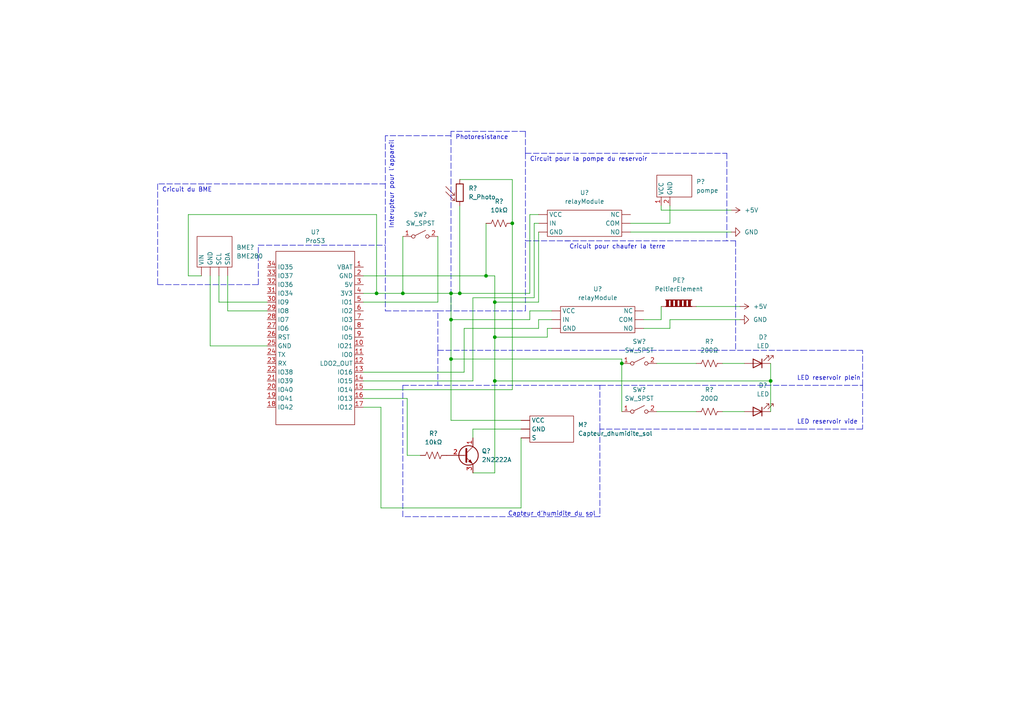
<source format=kicad_sch>
(kicad_sch (version 20211123) (generator eeschema)
  (paper "A4")
  (title_block (title "Hydraplante") (date "2024-02-17") (rev "v0.1") (company "Goutte à Goutte"))
  (lib_symbols
    (symbol "Device:LED" (pin_numbers hide) (pin_names (offset 1.016) hide)
      (property "Reference" "D" (at 0 2.54 0))
      (property "Value" "LED" (at 0 -2.54 0))
      (symbol "LED_0_1"
        (polyline (pts (xy -1.27 -1.27) (xy -1.27 1.27)) (stroke (width 0.254)))
        (polyline (pts (xy -1.27 0) (xy 1.27 0)))
        (polyline (pts (xy 1.27 -1.27) (xy 1.27 1.27) (xy -1.27 0) (xy 1.27 -1.27)) (stroke (width 0.254)))
        (polyline (pts (xy -3.048 -0.762) (xy -4.572 -2.286) (xy -3.81 -2.286) (xy -4.572 -2.286) (xy -4.572 -1.524)))
        (polyline (pts (xy -1.778 -0.762) (xy -3.302 -2.286) (xy -2.54 -2.286) (xy -3.302 -2.286) (xy -3.302 -1.524)))
      )
      (symbol "LED_1_1"
        (pin passive line (at -3.81 0 0) (length 2.54) (name "K") (number "1"))
        (pin passive line (at 3.81 0 180) (length 2.54) (name "A") (number "2"))
      )
    )
    (symbol "Device:PeltierElement" (pin_numbers hide) (pin_names (offset 0))
      (property "Reference" "PE" (at 0 3.175 0))
      (property "Value" "PeltierElement" (at 0 -1.27 0))
      (symbol "PeltierElement_0_1"
        (rectangle (start -3.556 1.905) (end -2.921 0) (fill (type outline)))
        (rectangle (start -2.286 1.905) (end -1.651 0) (fill (type outline)))
        (rectangle (start -0.381 1.905) (end -1.016 0) (fill (type outline)))
        (polyline (pts (xy -3.81 0) (xy 3.81 0)) (stroke (width 0.254)) (fill (type outline)))
        (polyline (pts (xy -3.81 1.905) (xy 3.81 1.905)) (stroke (width 0.254)))
        (rectangle (start 0.889 1.905) (end 0.254 0) (fill (type outline)))
        (rectangle (start 1.524 0) (end 2.159 1.905) (fill (type outline)))
        (rectangle (start 2.794 0) (end 3.429 1.905) (fill (type outline)))
      )
      (symbol "PeltierElement_1_1"
        (pin passive line (at -5.08 0 0) (length 1.27) (name "~") (number "1"))
        (pin passive line (at 5.08 0 180) (length 1.27) (name "~") (number "2"))
      )
    )
    (symbol "Device:R_Photo" (pin_numbers hide) (pin_names (offset 0))
      (property "Reference" "R" (at 1.27 1.27 0))
      (property "Value" "R_Photo" (at 1.27 0 0))
      (symbol "R_Photo_0_1"
        (rectangle (start -1.016 2.54) (end 1.016 -2.54) (stroke (width 0.254)))
        (polyline (pts (xy -1.524 -2.286) (xy -4.064 0.254)))
        (polyline (pts (xy -1.524 -2.286) (xy -2.286 -2.286)))
        (polyline (pts (xy -1.524 -2.286) (xy -1.524 -1.524)))
        (polyline (pts (xy -1.524 -0.762) (xy -4.064 1.778)))
        (polyline (pts (xy -1.524 -0.762) (xy -2.286 -0.762)))
        (polyline (pts (xy -1.524 -0.762) (xy -1.524 0)))
      )
      (symbol "R_Photo_1_1"
        (pin passive line (at 0 3.81 270) (length 1.27) (name "~") (number "1"))
        (pin passive line (at 0 -3.81 90) (length 1.27) (name "~") (number "2"))
      )
    )
    (symbol "Device:R_US" (pin_numbers hide) (pin_names (offset 0))
      (property "Reference" "R" (at 2.54 0 90))
      (property "Value" "R_US" (at -2.54 0 90))
      (symbol "R_US_0_1"
        (polyline (pts (xy 0 -2.286) (xy 0 -2.54)))
        (polyline (pts (xy 0 2.286) (xy 0 2.54)))
        (polyline (pts (xy 0 -0.762) (xy 1.016 -1.143) (xy 0 -1.524) (xy -1.016 -1.905) (xy 0 -2.286)))
        (polyline (pts (xy 0 0.762) (xy 1.016 0.381) (xy 0 0) (xy -1.016 -0.381) (xy 0 -0.762)))
        (polyline (pts (xy 0 2.286) (xy 1.016 1.905) (xy 0 1.524) (xy -1.016 1.143) (xy 0 0.762)))
      )
      (symbol "R_US_1_1"
        (pin passive line (at 0 3.81 270) (length 1.27) (name "~") (number "1"))
        (pin passive line (at 0 -3.81 90) (length 1.27) (name "~") (number "2"))
      )
    )
    (symbol "Switch:SW_SPST" (pin_names (offset 0) hide)
      (property "Reference" "SW" (at 0 3.175 0))
      (property "Value" "SW_SPST" (at 0 -2.54 0))
      (symbol "SW_SPST_0_0"
        (circle (center -2.032 0) (radius 0.508))
        (polyline (pts (xy -1.524 0.254) (xy 1.524 1.778)))
        (circle (center 2.032 0) (radius 0.508))
      )
      (symbol "SW_SPST_1_1"
        (pin passive line (at -5.08 0 0) (length 2.54) (name "A") (number "1"))
        (pin passive line (at 5.08 0 180) (length 2.54) (name "B") (number "2"))
      )
    )
    (symbol "Transistor_BJT:BC337" (pin_names (offset 0) hide)
      (property "Reference" "Q" (at 5.08 1.905 0))
      (property "Value" "BC337" (at 5.08 0 0))
      (symbol "BC337_0_1"
        (polyline (pts (xy 0 0) (xy 0.635 0)))
        (polyline (pts (xy 0.635 0.635) (xy 2.54 2.54)))
        (polyline (pts (xy 0.635 -0.635) (xy 2.54 -2.54) (xy 2.54 -2.54)))
        (polyline (pts (xy 0.635 1.905) (xy 0.635 -1.905) (xy 0.635 -1.905)) (stroke (width 0.508)))
        (polyline (pts (xy 1.27 -1.778) (xy 1.778 -1.27) (xy 2.286 -2.286) (xy 1.27 -1.778) (xy 1.27 -1.778)) (fill (type outline)))
        (circle (center 1.27 0) (radius 2.8194) (stroke (width 0.254)))
      )
      (symbol "BC337_1_1"
        (pin passive line (at 2.54 5.08 270) (length 2.54) (name "C") (number "1"))
        (pin input line (at -5.08 0 0) (length 5.08) (name "B") (number "2"))
        (pin passive line (at 2.54 -5.08 90) (length 2.54) (name "E") (number "3"))
      )
    )
    (symbol "power:+5V" (power) (pin_names (offset 0))
      (property "Value" "+5V" (at 0 3.556 0))
      (symbol "+5V_0_1"
        (polyline (pts (xy -0.762 1.27) (xy 0 2.54)))
        (polyline (pts (xy 0 0) (xy 0 2.54)))
        (polyline (pts (xy 0 2.54) (xy 0.762 1.27)))
      )
      (symbol "+5V_1_1"
        (pin power_in line (at 0 0 90) (length 0) hide (name "+5V") (number "1"))
      )
    )
    (symbol "power:GND" (power) (pin_names (offset 0))
      (property "Value" "GND" (at 0 -3.81 0))
      (symbol "GND_0_1"
        (polyline (pts (xy 0 0) (xy 0 -1.27) (xy 1.27 -1.27) (xy 0 -2.54) (xy -1.27 -1.27) (xy 0 -1.27)))
      )
      (symbol "GND_1_1"
        (pin power_in line (at 0 0 270) (length 0) hide (name "GND") (number "1"))
      )
    )
    (symbol "projet:BME280"
      (property "Reference" "BME" (at 2.54 2.54 0))
      (property "Value" "BME280" (at 3.81 0 0))
      (symbol "BME280_0_1"
        (rectangle (start 0 -1.27) (end 10.16 -10.16))
      )
      (symbol "BME280_1_1"
        (pin output line (at 3.81 -12.7 90) (length 2.54) (name "GND") (number ""))
        (pin input line (at 6.35 -12.7 90) (length 2.54) (name "SCL") (number ""))
        (pin bidirectional line (at 8.89 -12.7 90) (length 2.54) (name "SDA") (number ""))
        (pin input line (at 1.27 -12.7 90) (length 2.54) (name "VIN") (number ""))
      )
    )
    (symbol "projet:Capteur_dhumidite_sol" (pin_numbers hide)
      (property "Reference" "M" (at -24.13 -6.35 0))
      (property "Value" "Capteur_dhumidite_sol" (at -13.97 -8.89 0))
      (symbol "Capteur_dhumidite_sol_0_1"
        (rectangle (start 0 -5.08) (end 7.62 -17.78))
      )
      (symbol "Capteur_dhumidite_sol_1_1"
        (pin output line (at 3.81 -2.54 270) (length 2.54) (name "GND") (number ""))
        (pin output line (at 1.27 -2.54 270) (length 2.54) (name "S") (number ""))
        (pin input line (at 6.35 -2.54 270) (length 2.54) (name "VCC") (number ""))
      )
    )
    (symbol "projet:pompe"
      (property "Reference" "P" (at 0 0 0))
      (property "Value" "pompe" (at 2.54 -1.27 0))
      (symbol "pompe_0_1"
        (rectangle (start 0 -3.81) (end 6.35 -13.97))
      )
      (symbol "pompe_1_1"
        (pin input line (at -2.54 -5.08 0) (length 2.54) (name "VCC") (number "1"))
        (pin output line (at -2.54 -7.62 0) (length 2.54) (name "GND") (number "2"))
      )
    )
    (symbol "relayModule:relayModule" (pin_numbers hide)
      (property "Reference" "U" (at 6.35 -3.81 0))
      (property "Value" "relayModule" (at 11.43 -5.08 0))
      (symbol "relayModule_0_1"
        (rectangle (start 0 0) (end 21.59 -7.62))
      )
      (symbol "relayModule_1_1"
        (pin bidirectional line (at 24.13 -3.81 180) (length 2.54) (name "COM") (number ""))
        (pin bidirectional line (at 24.13 -1.27 180) (length 2.54) (name "NC") (number ""))
        (pin bidirectional line (at 24.13 -6.35 180) (length 2.54) (name "NO") (number ""))
        (pin input line (at -2.54 -1.27 0) (length 2.54) (name "VCC") (number "1"))
        (pin input line (at -2.54 -3.81 0) (length 2.54) (name "IN") (number "2"))
        (pin output line (at -2.54 -6.35 0) (length 2.54) (name "GND") (number "3"))
      )
    )
    (symbol "um:ProS3"
      (property "Reference" "U" (at 0 -28.956 0))
      (property "Value" "ProS3" (at -0.508 27.178 0))
      (symbol "ProS3_0_1"
        (rectangle (start -11.43 24.892) (end 11.43 -25.4) (stroke (width 0.1524)))
      )
      (symbol "ProS3_1_1"
        (pin power_in line (at 13.97 20.32 180) (length 2.54) (name "VBAT") (number "1"))
        (pin bidirectional line (at 13.97 -2.54 180) (length 2.54) (name "IO21") (number "10"))
        (pin bidirectional line (at 13.97 -5.08 180) (length 2.54) (name "IO0") (number "11"))
        (pin power_out line (at 13.97 -7.62 180) (length 2.54) (name "LDO2_OUT") (number "12"))
        (pin bidirectional line (at 13.97 -10.16 180) (length 2.54) (name "IO16") (number "13"))
        (pin bidirectional line (at 13.97 -12.7 180) (length 2.54) (name "IO15") (number "14"))
        (pin bidirectional line (at 13.97 -15.24 180) (length 2.54) (name "IO14") (number "15"))
        (pin bidirectional line (at 13.97 -17.78 180) (length 2.54) (name "IO13") (number "16"))
        (pin bidirectional line (at 13.97 -20.32 180) (length 2.54) (name "IO12") (number "17"))
        (pin bidirectional line (at -13.97 -20.32 0) (length 2.54) (name "IO42") (number "18"))
        (pin bidirectional line (at -13.97 -17.78 0) (length 2.54) (name "IO41") (number "19"))
        (pin power_in line (at 13.97 17.78 180) (length 2.54) (name "GND") (number "2"))
        (pin bidirectional line (at -13.97 -15.24 0) (length 2.54) (name "IO40") (number "20"))
        (pin bidirectional line (at -13.97 -12.7 0) (length 2.54) (name "IO39") (number "21"))
        (pin bidirectional line (at -13.97 -10.16 0) (length 2.54) (name "IO38") (number "22"))
        (pin bidirectional line (at -13.97 -7.62 0) (length 2.54) (name "RX") (number "23"))
        (pin bidirectional line (at -13.97 -5.08 0) (length 2.54) (name "TX") (number "24"))
        (pin power_in line (at -13.97 -2.54 0) (length 2.54) (name "GND") (number "25"))
        (pin input line (at -13.97 0 0) (length 2.54) (name "RST") (number "26"))
        (pin bidirectional line (at -13.97 2.54 0) (length 2.54) (name "IO6") (number "27"))
        (pin bidirectional line (at -13.97 5.08 0) (length 2.54) (name "IO7") (number "28"))
        (pin bidirectional line (at -13.97 7.62 0) (length 2.54) (name "IO8") (number "29"))
        (pin power_in line (at 13.97 15.24 180) (length 2.54) (name "5V") (number "3"))
        (pin bidirectional line (at -13.97 10.16 0) (length 2.54) (name "IO9") (number "30"))
        (pin bidirectional line (at -13.97 12.7 0) (length 2.54) (name "IO34") (number "31"))
        (pin bidirectional line (at -13.97 15.24 0) (length 2.54) (name "IO36") (number "32"))
        (pin bidirectional line (at -13.97 17.78 0) (length 2.54) (name "IO37") (number "33"))
        (pin bidirectional line (at -13.97 20.32 0) (length 2.54) (name "IO35") (number "34"))
        (pin power_in line (at 13.97 12.7 180) (length 2.54) (name "3V3") (number "4"))
        (pin bidirectional line (at 13.97 10.16 180) (length 2.54) (name "IO1") (number "5"))
        (pin bidirectional line (at 13.97 7.62 180) (length 2.54) (name "IO2") (number "6"))
        (pin bidirectional line (at 13.97 5.08 180) (length 2.54) (name "IO3") (number "7"))
        (pin bidirectional line (at 13.97 2.54 180) (length 2.54) (name "IO4") (number "8"))
        (pin bidirectional line (at 13.97 0 180) (length 2.54) (name "IO5") (number "9"))
      )
    )
  )
  (junction (at 143.51 87.63))
  (junction (at 133.35 85.09))
  (junction (at 109.22 85.09))
  (junction (at 116.84 85.09))
  (junction (at 143.51 97.79))
  (junction (at 140.97 80.01))
  (junction (at 223.52 110.49))
  (junction (at 143.51 110.49))
  (junction (at 130.81 85.09))
  (junction (at 148.59 64.77))
  (junction (at 180.34 105.41))
  (junction (at 130.81 104.14))
  (junction (at 130.81 92.71))
  (polyline (pts (xy 111.76 39.37) (xy 111.76 90.17)))
  (wire (pts (xy 133.35 85.09) (xy 130.81 85.09)))
  (wire (pts (xy 130.81 104.14) (xy 180.34 104.14)))
  (polyline (pts (xy 152.4 44.45) (xy 210.82 44.45)))
  (wire (pts (xy 110.49 118.11) (xy 105.41 118.11)))
  (polyline (pts (xy 152.4 90.17) (xy 152.4 69.85)))
  (wire (pts (xy 105.41 80.01) (xy 140.97 80.01)))
  (wire (pts (xy 194.31 92.71) (xy 214.63 92.71)))
  (wire (pts (xy 191.77 92.71) (xy 191.77 88.9)))
  (polyline (pts (xy 250.19 111.76) (xy 250.19 124.46)))
  (polyline (pts (xy 173.99 149.86) (xy 116.84 149.86)))
  (polyline (pts (xy 213.36 69.85) (xy 213.36 101.6)))
  (wire (pts (xy 190.5 105.41) (xy 201.93 105.41)))
  (wire (pts (xy 60.96 100.33) (xy 77.47 100.33)))
  (wire (pts (xy 127 68.58) (xy 127 87.63)))
  (wire (pts (xy 153.67 92.71) (xy 153.67 90.17)))
  (polyline (pts (xy 111.76 90.17) (xy 127 90.17)))
  (wire (pts (xy 137.16 86.36) (xy 154.94 86.36)))
  (wire (pts (xy 186.69 92.71) (xy 191.77 92.71)))
  (wire (pts (xy 118.11 132.08) (xy 121.92 132.08)))
  (wire (pts (xy 151.13 127) (xy 151.13 147.32)))
  (wire (pts (xy 134.62 95.25) (xy 134.62 107.95)))
  (wire (pts (xy 191.77 59.69) (xy 191.77 60.96)))
  (wire (pts (xy 116.84 85.09) (xy 109.22 85.09)))
  (polyline (pts (xy 127 101.6) (xy 232.41 101.6)))
  (polyline (pts (xy 116.84 111.76) (xy 127 111.76)))
  (polyline (pts (xy 173.99 111.76) (xy 127 111.76)))
  (wire (pts (xy 130.81 92.71) (xy 130.81 104.14)))
  (wire (pts (xy 63.5 87.63) (xy 77.47 87.63)))
  (wire (pts (xy 191.77 60.96) (xy 212.09 60.96)))
  (wire (pts (xy 63.5 80.01) (xy 63.5 87.63)))
  (wire (pts (xy 154.94 64.77) (xy 154.94 86.36)))
  (polyline (pts (xy 130.81 38.1) (xy 130.81 90.17)))
  (wire (pts (xy 201.93 88.9) (xy 214.63 88.9)))
  (wire (pts (xy 110.49 147.32) (xy 110.49 118.11)))
  (polyline (pts (xy 45.72 82.55) (xy 74.93 82.55)))
  (wire (pts (xy 143.51 80.01) (xy 143.51 87.63)))
  (wire (pts (xy 133.35 59.69) (xy 133.35 85.09)))
  (wire (pts (xy 109.22 62.23) (xy 54.61 62.23)))
  (wire (pts (xy 130.81 85.09) (xy 130.81 92.71)))
  (wire (pts (xy 156.21 92.71) (xy 160.02 92.71)))
  (polyline (pts (xy 74.93 71.12) (xy 111.76 71.12)))
  (wire (pts (xy 137.16 86.36) (xy 137.16 110.49)))
  (wire (pts (xy 116.84 68.58) (xy 116.84 85.09)))
  (polyline (pts (xy 232.41 124.46) (xy 173.99 124.46)))
  (wire (pts (xy 143.51 87.63) (xy 156.21 87.63)))
  (polyline (pts (xy 152.4 44.45) (xy 152.4 69.85)))
  (wire (pts (xy 190.5 119.38) (xy 201.93 119.38)))
  (wire (pts (xy 54.61 62.23) (xy 54.61 80.01)))
  (wire (pts (xy 143.51 137.16) (xy 137.16 137.16)))
  (wire (pts (xy 148.59 113.03) (xy 105.41 113.03)))
  (wire (pts (xy 130.81 85.09) (xy 116.84 85.09)))
  (wire (pts (xy 133.35 52.07) (xy 148.59 52.07)))
  (polyline (pts (xy 232.41 101.6) (xy 250.19 101.6)))
  (polyline (pts (xy 232.41 124.46) (xy 250.19 124.46)))
  (polyline (pts (xy 152.4 69.85) (xy 165.1 69.85)))
  (wire (pts (xy 156.21 87.63) (xy 156.21 67.31)))
  (wire (pts (xy 182.88 67.31) (xy 212.09 67.31)))
  (polyline (pts (xy 130.81 39.37) (xy 111.76 39.37)))
  (wire (pts (xy 143.51 87.63) (xy 143.51 97.79)))
  (wire (pts (xy 109.22 85.09) (xy 105.41 85.09)))
  (wire (pts (xy 134.62 107.95) (xy 105.41 107.95)))
  (wire (pts (xy 153.67 90.17) (xy 160.02 90.17)))
  (wire (pts (xy 151.13 147.32) (xy 110.49 147.32)))
  (wire (pts (xy 118.11 115.57) (xy 105.41 115.57)))
  (wire (pts (xy 154.94 64.77) (xy 156.21 64.77)))
  (wire (pts (xy 151.13 121.92) (xy 130.81 121.92)))
  (wire (pts (xy 127 87.63) (xy 105.41 87.63)))
  (wire (pts (xy 194.31 64.77) (xy 194.31 59.69)))
  (wire (pts (xy 180.34 105.41) (xy 180.34 119.38)))
  (wire (pts (xy 209.55 105.41) (xy 215.9 105.41)))
  (polyline (pts (xy 152.4 38.1) (xy 130.81 38.1)))
  (wire (pts (xy 118.11 132.08) (xy 118.11 115.57)))
  (polyline (pts (xy 127 101.6) (xy 127 90.17)))
  (wire (pts (xy 180.34 104.14) (xy 180.34 105.41)))
  (wire (pts (xy 153.67 62.23) (xy 153.67 85.09)))
  (wire (pts (xy 130.81 121.92) (xy 130.81 104.14)))
  (wire (pts (xy 130.81 92.71) (xy 153.67 92.71)))
  (wire (pts (xy 209.55 119.38) (xy 215.9 119.38)))
  (wire (pts (xy 105.41 110.49) (xy 137.16 110.49)))
  (wire (pts (xy 66.04 80.01) (xy 66.04 90.17)))
  (polyline (pts (xy 127 90.17) (xy 152.4 90.17)))
  (wire (pts (xy 148.59 52.07) (xy 148.59 64.77)))
  (wire (pts (xy 143.51 97.79) (xy 143.51 110.49)))
  (polyline (pts (xy 173.99 124.46) (xy 173.99 149.86)))
  (wire (pts (xy 186.69 95.25) (xy 194.31 95.25)))
  (wire (pts (xy 143.51 97.79) (xy 158.75 97.79)))
  (wire (pts (xy 66.04 90.17) (xy 77.47 90.17)))
  (wire (pts (xy 156.21 62.23) (xy 153.67 62.23)))
  (polyline (pts (xy 45.72 53.34) (xy 45.72 82.55)))
  (polyline (pts (xy 173.99 124.46) (xy 173.99 111.76)))
  (wire (pts (xy 54.61 80.01) (xy 58.42 80.01)))
  (wire (pts (xy 137.16 124.46) (xy 137.16 127)))
  (wire (pts (xy 158.75 97.79) (xy 158.75 95.25)))
  (polyline (pts (xy 74.93 82.55) (xy 74.93 71.12)))
  (wire (pts (xy 143.51 110.49) (xy 223.52 110.49)))
  (polyline (pts (xy 116.84 149.86) (xy 116.84 111.76)))
  (wire (pts (xy 151.13 124.46) (xy 137.16 124.46)))
  (wire (pts (xy 153.67 85.09) (xy 133.35 85.09)))
  (polyline (pts (xy 127 101.6) (xy 127 111.76)))
  (wire (pts (xy 140.97 80.01) (xy 143.51 80.01)))
  (polyline (pts (xy 173.99 111.76) (xy 250.19 111.76)))
  (wire (pts (xy 148.59 64.77) (xy 148.59 113.03)))
  (wire (pts (xy 134.62 95.25) (xy 156.21 95.25)))
  (wire (pts (xy 143.51 110.49) (xy 143.51 137.16)))
  (wire (pts (xy 194.31 95.25) (xy 194.31 92.71)))
  (wire (pts (xy 182.88 64.77) (xy 194.31 64.77)))
  (wire (pts (xy 158.75 95.25) (xy 160.02 95.25)))
  (wire (pts (xy 223.52 105.41) (xy 223.52 110.49)))
  (polyline (pts (xy 210.82 44.45) (xy 210.82 69.85)))
  (wire (pts (xy 60.96 80.01) (xy 60.96 100.33)))
  (wire (pts (xy 109.22 62.23) (xy 109.22 85.09)))
  (polyline (pts (xy 163.83 69.85) (xy 213.36 69.85)))
  (polyline (pts (xy 152.4 38.1) (xy 152.4 44.45)))
  (polyline (pts (xy 111.76 53.34) (xy 45.72 53.34)))
  (wire (pts (xy 223.52 110.49) (xy 223.52 119.38)))
  (wire (pts (xy 156.21 95.25) (xy 156.21 92.71)))
  (wire (pts (xy 140.97 64.77) (xy 140.97 80.01)))
  (polyline (pts (xy 250.19 111.76) (xy 250.19 101.6)))
  (text "LED reservoir vide" (at 231.14 123.19 0) (effects (font (size 1.27 1.27)) (justify left bottom)))
  (text "Photoresistance" (at 132.08 40.64 0) (effects (font (size 1.27 1.27)) (justify left bottom)))
  (text "LED reservoir plein" (at 231.14 110.49 0) (effects (font (size 1.27 1.27)) (justify left bottom)))
  (text "Cricuit du BME" (at 46.99 55.88 0) (effects (font (size 1.27 1.27)) (justify left bottom)))
  (text "Circuit pour la pompe du reservoir" (at 153.67 46.99 0) (effects (font (size 1.27 1.27)) (justify left bottom)))
  (text "Cricuit pour chaufer la terre" (at 165.1 72.39 0) (effects (font (size 1.27 1.27)) (justify left bottom)))
  (text "Interupteur pour l'appareil" (at 114.3 40.64 270) (effects (font (size 1.27 1.27)) (justify right bottom)))
  (text "Capteur d'humidite du sol" (at 147.32 149.86 0) (effects (font (size 1.27 1.27)) (justify left bottom)))
  (symbol (lib_id "projet:BME280") (at 57.15 67.31 0) (unit 1)
    (property "Reference" "BME?" (at 68.58 71.7549 0) (effects (justify left)))
    (property "Value" "BME280" (at 68.58 74.2949 0) (effects (justify left)))
  )
  (symbol (lib_id "Device:LED") (at 219.71 119.38 180) (unit 1)
    (property "Reference" "D?" (at 221.2975 111.76 0))
    (property "Value" "LED" (at 221.2975 114.3 0))
  )
  (symbol (lib_id "projet:Capteur_dhumidite_sol") (at 148.59 128.27 90) (unit 1)
    (property "Reference" "M?" (at 167.64 123.1899 90) (effects (justify right)))
    (property "Value" "Capteur_dhumidite_sol" (at 167.64 125.7299 90) (effects (justify right)))
  )
  (symbol (lib_id "relayModule:relayModule") (at 158.75 60.96 0) (unit 1)
    (property "Reference" "U?" (at 169.545 55.88 0))
    (property "Value" "relayModule" (at 169.545 58.42 0))
  )
  (symbol (lib_id "power:+5V") (at 212.09 60.96 270) (unit 1)
    (property "Reference" "#PWR?" (effects hide))
    (property "Value" "+5V" (at 215.9 60.9599 90) (effects (justify left)))
  )
  (symbol (lib_id "Device:R_US") (at 125.73 132.08 270) (unit 1)
    (property "Reference" "R?" (at 125.73 125.73 90))
    (property "Value" "10kΩ" (at 125.73 128.27 90))
  )
  (symbol (lib_id "Transistor_BJT:BC337") (at 134.62 132.08 0) (unit 1)
    (property "Reference" "Q?" (at 139.7 130.8099 0) (effects (justify left)))
    (property "Value" "2N2222A" (at 139.7 133.3499 0) (effects (justify left)))
    (property "Footprint" "Package_TO_SOT_THT:TO-92_Inline" (effects hide))
    (property "Datasheet" "https://diotec.com/tl_files/diotec/files/pdf/datasheets/bc337.pdf" (effects hide))
  )
  (symbol (lib_id "Switch:SW_SPST") (at 185.42 119.38 0) (unit 1)
    (property "Reference" "SW?" (at 185.42 113.03 0))
    (property "Value" "SW_SPST" (at 185.42 115.57 0))
  )
  (symbol (lib_id "Switch:SW_SPST") (at 185.42 105.41 0) (unit 1)
    (property "Reference" "SW?" (at 185.42 99.06 0))
    (property "Value" "SW_SPST" (at 185.42 101.6 0))
  )
  (symbol (lib_id "Device:R_Photo") (at 133.35 55.88 0) (unit 1)
    (property "Reference" "R?" (at 135.89 54.6099 0) (effects (justify left)))
    (property "Value" "R_Photo" (at 135.89 57.1499 0) (effects (justify left)))
  )
  (symbol (lib_id "power:+5V") (at 214.63 88.9 270) (unit 1)
    (property "Reference" "#PWR?" (effects hide))
    (property "Value" "+5V" (at 218.44 88.8999 90) (effects (justify left)))
  )
  (symbol (lib_id "Device:R_US") (at 205.74 119.38 270) (unit 1)
    (property "Reference" "R?" (at 205.74 113.03 90))
    (property "Value" "200Ω" (at 205.74 115.57 90))
  )
  (symbol (lib_id "um:ProS3") (at 91.44 97.79 0) (unit 1)
    (property "Reference" "U?" (at 91.44 67.31 0))
    (property "Value" "ProS3" (at 91.44 69.85 0))
  )
  (symbol (lib_id "Switch:SW_SPST") (at 121.92 68.58 0) (unit 1)
    (property "Reference" "SW?" (at 121.92 62.23 0))
    (property "Value" "SW_SPST" (at 121.92 64.77 0))
  )
  (symbol (lib_id "power:GND") (at 214.63 92.71 90) (mirror x) (unit 1)
    (property "Reference" "#PWR?" (effects hide))
    (property "Value" "GND" (at 218.44 92.7099 90) (effects (justify right)))
  )
  (symbol (lib_id "projet:pompe") (at 186.69 57.15 90) (unit 1)
    (property "Reference" "P?" (at 201.93 52.7049 90) (effects (justify right)))
    (property "Value" "pompe" (at 201.93 55.2449 90) (effects (justify right)))
  )
  (symbol (lib_id "Device:R_US") (at 144.78 64.77 270) (unit 1)
    (property "Reference" "R?" (at 144.78 58.42 90))
    (property "Value" "10kΩ" (at 144.78 60.96 90))
  )
  (symbol (lib_id "Device:LED") (at 219.71 105.41 180) (unit 1)
    (property "Reference" "D?" (at 221.2975 97.79 0))
    (property "Value" "LED" (at 221.2975 100.33 0))
  )
  (symbol (lib_id "relayModule:relayModule") (at 162.56 88.9 0) (unit 1)
    (property "Reference" "U?" (at 173.355 83.82 0))
    (property "Value" "relayModule" (at 173.355 86.36 0))
  )
  (symbol (lib_id "Device:R_US") (at 205.74 105.41 270) (unit 1)
    (property "Reference" "R?" (at 205.74 99.06 90))
    (property "Value" "200Ω" (at 205.74 101.6 90))
  )
  (symbol (lib_id "power:GND") (at 212.09 67.31 90) (mirror x) (unit 1)
    (property "Reference" "#PWR?" (effects hide))
    (property "Value" "GND" (at 215.9 67.3099 90) (effects (justify right)))
  )
  (symbol (lib_id "Device:PeltierElement") (at 196.85 88.9 0) (unit 1)
    (property "Reference" "PE?" (at 196.85 81.28 0))
    (property "Value" "PeltierElement" (at 196.85 83.82 0))
  )
)
</source>
